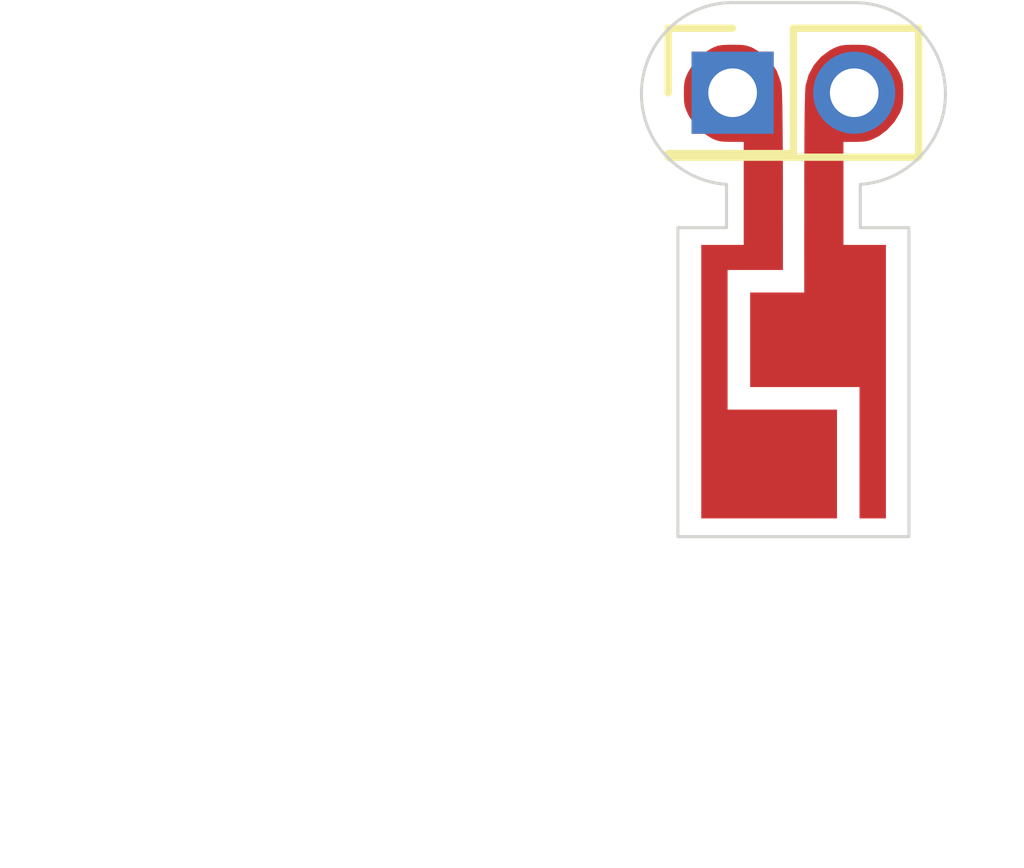
<source format=kicad_pcb>
(kicad_pcb (version 20171130) (host pcbnew "(5.1.10)-1")

  (general
    (thickness 1.6)
    (drawings 16)
    (tracks 0)
    (zones 0)
    (modules 2)
    (nets 3)
  )

  (page A4)
  (layers
    (0 F.Cu signal)
    (31 B.Cu signal hide)
    (32 B.Adhes user hide)
    (33 F.Adhes user hide)
    (34 B.Paste user hide)
    (35 F.Paste user hide)
    (36 B.SilkS user hide)
    (37 F.SilkS user hide)
    (38 B.Mask user hide)
    (39 F.Mask user hide)
    (40 Dwgs.User user)
    (41 Cmts.User user hide)
    (42 Eco1.User user hide)
    (43 Eco2.User user hide)
    (44 Edge.Cuts user)
    (45 Margin user hide)
    (46 B.CrtYd user hide)
    (47 F.CrtYd user hide)
    (48 B.Fab user hide)
    (49 F.Fab user hide)
  )

  (setup
    (last_trace_width 0.25)
    (trace_clearance 0.2)
    (zone_clearance 0.508)
    (zone_45_only no)
    (trace_min 0.2)
    (via_size 0.8)
    (via_drill 0.4)
    (via_min_size 0.4)
    (via_min_drill 0.3)
    (uvia_size 0.3)
    (uvia_drill 0.1)
    (uvias_allowed no)
    (uvia_min_size 0.2)
    (uvia_min_drill 0.1)
    (edge_width 0.05)
    (segment_width 0.2)
    (pcb_text_width 0.3)
    (pcb_text_size 1.5 1.5)
    (mod_edge_width 0.12)
    (mod_text_size 1 1)
    (mod_text_width 0.15)
    (pad_size 1.524 1.524)
    (pad_drill 0.762)
    (pad_to_mask_clearance 0)
    (aux_axis_origin 0 0)
    (visible_elements 7FFFFFFF)
    (pcbplotparams
      (layerselection 0x010fc_ffffffff)
      (usegerberextensions false)
      (usegerberattributes true)
      (usegerberadvancedattributes true)
      (creategerberjobfile true)
      (excludeedgelayer true)
      (linewidth 0.100000)
      (plotframeref false)
      (viasonmask false)
      (mode 1)
      (useauxorigin false)
      (hpglpennumber 1)
      (hpglpenspeed 20)
      (hpglpendiameter 15.000000)
      (psnegative false)
      (psa4output false)
      (plotreference true)
      (plotvalue true)
      (plotinvisibletext false)
      (padsonsilk false)
      (subtractmaskfromsilk false)
      (outputformat 1)
      (mirror false)
      (drillshape 1)
      (scaleselection 1)
      (outputdirectory ""))
  )

  (net 0 "")
  (net 1 "Net-(J1-Pad1)")
  (net 2 "Net-(J1-Pad2)")

  (net_class Default "This is the default net class."
    (clearance 0.2)
    (trace_width 0.25)
    (via_dia 0.8)
    (via_drill 0.4)
    (uvia_dia 0.3)
    (uvia_drill 0.1)
    (add_net "Net-(J1-Pad1)")
    (add_net "Net-(J1-Pad2)")
  )

  (module SensitivePressure:PressurePrint (layer F.Cu) (tedit 61648CFB) (tstamp 619F1864)
    (at 180.8 119.7)
    (path /619F9066)
    (fp_text reference J2 (at 0.24 -9.24) (layer F.SilkS) hide
      (effects (font (size 1.27 1.27) (thickness 0.15)))
    )
    (fp_text value Conn_01x02 (at 0.41 1.84) (layer F.SilkS) hide
      (effects (font (size 1.27 1.27) (thickness 0.15)))
    )
    (fp_poly (pts (xy 1.064534 -7.446215) (xy 1.187004 -7.411262) (xy 1.292115 -7.345998) (xy 1.381246 -7.250044)
      (xy 1.433869 -7.136954) (xy 1.452415 -7.001334) (xy 1.4525 -6.990333) (xy 1.436389 -6.852935)
      (xy 1.386404 -6.738439) (xy 1.300061 -6.641349) (xy 1.29181 -6.634417) (xy 1.176998 -6.565145)
      (xy 1.049595 -6.532078) (xy 0.919334 -6.53702) (xy 0.857401 -6.553869) (xy 0.735805 -6.617851)
      (xy 0.640834 -6.709517) (xy 0.575978 -6.821825) (xy 0.544729 -6.947736) (xy 0.550576 -7.08021)
      (xy 0.566423 -7.140633) (xy 0.626278 -7.258852) (xy 0.713377 -7.350603) (xy 0.82036 -7.413802)
      (xy 0.939865 -7.446367) (xy 1.064534 -7.446215)) (layer Dwgs.User) (width 0.01))
    (fp_poly (pts (xy -0.861739 -7.430573) (xy -0.745173 -7.375591) (xy -0.648387 -7.285819) (xy -0.59007 -7.193284)
      (xy -0.545469 -7.060046) (xy -0.543127 -6.92848) (xy -0.583077 -6.797824) (xy -0.608009 -6.750538)
      (xy -0.687759 -6.654042) (xy -0.793584 -6.583131) (xy -0.915221 -6.541671) (xy -1.042405 -6.533532)
      (xy -1.135581 -6.551725) (xy -1.254009 -6.609092) (xy -1.344757 -6.691094) (xy -1.40784 -6.791117)
      (xy -1.443276 -6.902547) (xy -1.451081 -7.018769) (xy -1.431271 -7.133172) (xy -1.383864 -7.239141)
      (xy -1.308875 -7.330062) (xy -1.206322 -7.399322) (xy -1.133388 -7.427204) (xy -0.99288 -7.448525)
      (xy -0.861739 -7.430573)) (layer Dwgs.User) (width 0.01))
    (fp_poly (pts (xy 1.112883 -7.782954) (xy 1.187974 -7.778148) (xy 1.245788 -7.767543) (xy 1.298838 -7.749014)
      (xy 1.347476 -7.726459) (xy 1.489059 -7.63544) (xy 1.614908 -7.512964) (xy 1.714742 -7.369551)
      (xy 1.735715 -7.329) (xy 1.767542 -7.258493) (xy 1.787138 -7.199194) (xy 1.797384 -7.136265)
      (xy 1.801166 -7.054866) (xy 1.801531 -6.990333) (xy 1.799781 -6.888076) (xy 1.79302 -6.813358)
      (xy 1.77859 -6.751451) (xy 1.75383 -6.687627) (xy 1.742297 -6.66225) (xy 1.658009 -6.523535)
      (xy 1.544168 -6.397732) (xy 1.41232 -6.296444) (xy 1.338297 -6.256301) (xy 1.268137 -6.226551)
      (xy 1.205716 -6.208578) (xy 1.135681 -6.19956) (xy 1.042679 -6.196676) (xy 1.013292 -6.196583)
      (xy 0.8175 -6.196583) (xy 0.8175 -4.492667) (xy 1.516 -4.492667) (xy 1.516 -0.005333)
      (xy 1.092667 -0.005333) (xy 1.092667 -2.164333) (xy -0.7065 -2.164333) (xy -0.7065 -3.7095)
      (xy 0.1825 -3.7095) (xy 0.18266 -5.344625) (xy 0.182996 -5.679821) (xy 0.183924 -5.983799)
      (xy 0.185427 -6.255152) (xy 0.187486 -6.492472) (xy 0.190084 -6.694354) (xy 0.193202 -6.859391)
      (xy 0.196824 -6.986175) (xy 0.200932 -7.0733) (xy 0.205026 -7.116622) (xy 0.254293 -7.292758)
      (xy 0.339952 -7.451638) (xy 0.457823 -7.587713) (xy 0.603724 -7.695435) (xy 0.665626 -7.727772)
      (xy 0.726358 -7.753959) (xy 0.78194 -7.770577) (xy 0.845147 -7.779725) (xy 0.928754 -7.783506)
      (xy 1.008 -7.784083) (xy 1.112883 -7.782954)) (layer F.Cu) (width 0.01))
    (fp_poly (pts (xy -0.896845 -7.78285) (xy -0.820377 -7.777749) (xy -0.760656 -7.766678) (xy -0.704905 -7.747538)
      (xy -0.66046 -7.727772) (xy -0.503931 -7.631867) (xy -0.375041 -7.506011) (xy -0.27743 -7.355124)
      (xy -0.214743 -7.184132) (xy -0.199251 -7.10441) (xy -0.195279 -7.05538) (xy -0.1916 -6.967231)
      (xy -0.188259 -6.843176) (xy -0.185299 -6.686428) (xy -0.182765 -6.500199) (xy -0.180699 -6.287704)
      (xy -0.179146 -6.052154) (xy -0.17815 -5.796764) (xy -0.177753 -5.524747) (xy -0.177753 -5.524542)
      (xy -0.177333 -4.0905) (xy -1.0875 -4.0905) (xy -1.0875 -1.783333) (xy 0.711667 -1.783333)
      (xy 0.711667 -0.005333) (xy -1.510833 -0.005333) (xy -1.510833 -4.492667) (xy -0.812333 -4.492667)
      (xy -0.812383 -6.196583) (xy -1.018733 -6.196881) (xy -1.121056 -6.198472) (xy -1.194784 -6.204524)
      (xy -1.253605 -6.217486) (xy -1.311209 -6.239805) (xy -1.343085 -6.254873) (xy -1.486709 -6.346809)
      (xy -1.613207 -6.470242) (xy -1.712566 -6.614935) (xy -1.731251 -6.651667) (xy -1.762842 -6.722586)
      (xy -1.782277 -6.7826) (xy -1.792435 -6.846636) (xy -1.796197 -6.929624) (xy -1.796583 -6.990333)
      (xy -1.795192 -7.090244) (xy -1.789043 -7.162951) (xy -1.775172 -7.223547) (xy -1.750616 -7.287125)
      (xy -1.729154 -7.333758) (xy -1.631819 -7.491649) (xy -1.50373 -7.623057) (xy -1.350049 -7.722713)
      (xy -1.346088 -7.724671) (xy -1.286308 -7.752017) (xy -1.233105 -7.769445) (xy -1.173857 -7.77914)
      (xy -1.095938 -7.783287) (xy -1.002833 -7.784083) (xy -0.896845 -7.78285)) (layer F.Cu) (width 0.01))
    (pad 2 smd circle (at 1.01 -6.986) (size 1.524 1.524) (layers F.Cu F.Paste F.Mask)
      (net 2 "Net-(J1-Pad2)"))
    (pad 1 smd circle (at -1.02 -6.986) (size 1.524 1.524) (layers F.Cu F.Paste F.Mask)
      (net 1 "Net-(J1-Pad1)"))
  )

  (module Connector_PinHeader_2.00mm:PinHeader_2x01_P2.00mm_Vertical (layer F.Cu) (tedit 59FED667) (tstamp 6160C1D9)
    (at 179.8 112.7)
    (descr "Through hole straight pin header, 2x01, 2.00mm pitch, double rows")
    (tags "Through hole pin header THT 2x01 2.00mm double row")
    (path /6160674E)
    (fp_text reference J1 (at 1 -2.06) (layer F.SilkS)
      (effects (font (size 1 1) (thickness 0.15)))
    )
    (fp_text value Conn_01x02 (at -8.3 -1.2) (layer F.Fab)
      (effects (font (size 1 1) (thickness 0.15)))
    )
    (fp_line (start 0 -1) (end 3 -1) (layer F.Fab) (width 0.1))
    (fp_line (start 3 -1) (end 3 1) (layer F.Fab) (width 0.1))
    (fp_line (start 3 1) (end -1 1) (layer F.Fab) (width 0.1))
    (fp_line (start -1 1) (end -1 0) (layer F.Fab) (width 0.1))
    (fp_line (start -1 0) (end 0 -1) (layer F.Fab) (width 0.1))
    (fp_line (start -1.06 1.06) (end 3.06 1.06) (layer F.SilkS) (width 0.12))
    (fp_line (start -1.06 1) (end -1.06 1.06) (layer F.SilkS) (width 0.12))
    (fp_line (start 3.06 -1.06) (end 3.06 1.06) (layer F.SilkS) (width 0.12))
    (fp_line (start -1.06 1) (end 1 1) (layer F.SilkS) (width 0.12))
    (fp_line (start 1 1) (end 1 -1.06) (layer F.SilkS) (width 0.12))
    (fp_line (start 1 -1.06) (end 3.06 -1.06) (layer F.SilkS) (width 0.12))
    (fp_line (start -1.06 0) (end -1.06 -1.06) (layer F.SilkS) (width 0.12))
    (fp_line (start -1.06 -1.06) (end 0 -1.06) (layer F.SilkS) (width 0.12))
    (fp_line (start -1.5 -1.5) (end -1.5 1.5) (layer F.CrtYd) (width 0.05))
    (fp_line (start -1.5 1.5) (end 3.5 1.5) (layer F.CrtYd) (width 0.05))
    (fp_line (start 3.5 1.5) (end 3.5 -1.5) (layer F.CrtYd) (width 0.05))
    (fp_line (start 3.5 -1.5) (end -1.5 -1.5) (layer F.CrtYd) (width 0.05))
    (fp_text user %R (at -11.2 1.9 90) (layer F.Fab)
      (effects (font (size 1 1) (thickness 0.15)))
    )
    (pad 1 thru_hole rect (at 0 0) (size 1.35 1.35) (drill 0.8) (layers *.Cu *.Mask)
      (net 1 "Net-(J1-Pad1)"))
    (pad 2 thru_hole oval (at 2 0) (size 1.35 1.35) (drill 0.8) (layers *.Cu *.Mask)
      (net 2 "Net-(J1-Pad2)"))
    (model ${KISYS3DMOD}/Connector_PinHeader_2.00mm.3dshapes/PinHeader_2x01_P2.00mm_Vertical.wrl
      (at (xyz 0 0 0))
      (scale (xyz 1 1 1))
      (rotate (xyz 0 0 0))
    )
  )

  (dimension 5.080988 (width 0.15) (layer Dwgs.User)
    (gr_text "5,081 mm" (at 174.3 117.459506 90) (layer Dwgs.User)
      (effects (font (size 1 1) (thickness 0.15)))
    )
    (feature1 (pts (xy 178.9 114.919012) (xy 175.013579 114.919012)))
    (feature2 (pts (xy 178.9 120) (xy 175.013579 120)))
    (crossbar (pts (xy 175.6 120) (xy 175.6 114.919012)))
    (arrow1a (pts (xy 175.6 114.919012) (xy 176.186421 116.045516)))
    (arrow1b (pts (xy 175.6 114.919012) (xy 175.013579 116.045516)))
    (arrow2a (pts (xy 175.6 120) (xy 176.186421 118.873496)))
    (arrow2b (pts (xy 175.6 120) (xy 175.013579 118.873496)))
  )
  (dimension 3.799992 (width 0.15) (layer Dwgs.User)
    (gr_text "3,800 mm" (at 180.799996 126.1) (layer Dwgs.User)
      (effects (font (size 1 1) (thickness 0.15)))
    )
    (feature1 (pts (xy 182.699992 120) (xy 182.699992 125.386421)))
    (feature2 (pts (xy 178.9 120) (xy 178.9 125.386421)))
    (crossbar (pts (xy 178.9 124.8) (xy 182.699992 124.8)))
    (arrow1a (pts (xy 182.699992 124.8) (xy 181.573488 125.386421)))
    (arrow1b (pts (xy 182.699992 124.8) (xy 181.573488 124.213579)))
    (arrow2a (pts (xy 178.9 124.8) (xy 180.026504 125.386421)))
    (arrow2b (pts (xy 178.9 124.8) (xy 180.026504 124.213579)))
  )
  (gr_curve (pts (xy 183.300256 112.717284) (xy 183.300256 111.888892) (xy 182.628708 111.217308) (xy 181.800244 111.217308)) (layer Edge.Cuts) (width 0.05) (tstamp 619E80B1))
  (gr_curve (pts (xy 183.300256 112.71732) (xy 183.300256 112.71732) (xy 183.300256 112.717284) (xy 183.300256 112.717284)) (layer Edge.Cuts) (width 0.05) (tstamp 619E80AE))
  (gr_curve (pts (xy 181.899975 114.207277) (xy 182.681025 114.154995) (xy 183.300256 113.511563) (xy 183.300256 112.71732)) (layer Edge.Cuts) (width 0.05) (tstamp 619E80B4))
  (gr_curve (pts (xy 181.899975 114.919012) (xy 181.899975 114.919012) (xy 181.899975 114.207277) (xy 181.899975 114.207277)) (layer Edge.Cuts) (width 0.05) (tstamp 61644174))
  (gr_curve (pts (xy 182.699992 114.919012) (xy 182.599992 114.919012) (xy 181.899975 114.919012) (xy 181.899975 114.919012)) (layer Edge.Cuts) (width 0.05) (tstamp 61644177))
  (gr_curve (pts (xy 182.699992 120) (xy 182.699992 120) (xy 182.699992 114.919012) (xy 182.699992 114.919012)) (layer Edge.Cuts) (width 0.05) (tstamp 616441E9))
  (gr_curve (pts (xy 178.9 120) (xy 179 120) (xy 182.699992 120) (xy 182.699992 120)) (layer Edge.Cuts) (width 0.05) (tstamp 6164416E))
  (gr_curve (pts (xy 178.9 114.919012) (xy 178.9 114.919012) (xy 178.9 120) (xy 178.9 120)) (layer Edge.Cuts) (width 0.05) (tstamp 61644171))
  (gr_curve (pts (xy 179.699982 114.919012) (xy 179.699982 114.919012) (xy 178.9 114.919012) (xy 178.9 114.919012)) (layer Edge.Cuts) (width 0.05) (tstamp 616441E6))
  (gr_curve (pts (xy 179.699982 114.207206) (xy 179.699982 114.207206) (xy 179.699982 114.919012) (xy 179.699982 114.919012)) (layer Edge.Cuts) (width 0.05) (tstamp 616441BC))
  (gr_curve (pts (xy 178.300266 112.71732) (xy 178.300266 113.511387) (xy 178.919214 114.154713) (xy 179.699982 114.207206)) (layer Edge.Cuts) (width 0.05) (tstamp 616441A1))
  (gr_curve (pts (xy 178.300266 112.717284) (xy 178.300266 112.717284) (xy 178.300266 112.71732) (xy 178.300266 112.71732)) (layer Edge.Cuts) (width 0.05) (tstamp 616441B9))
  (gr_curve (pts (xy 179.800277 111.217308) (xy 178.971813 111.217308) (xy 178.300266 111.888892) (xy 178.300266 112.717284)) (layer Edge.Cuts) (width 0.05) (tstamp 616441CB))
  (gr_curve (pts (xy 181.800244 111.217308) (xy 181.800244 111.217308) (xy 179.800277 111.217308) (xy 179.800277 111.217308)) (layer Edge.Cuts) (width 0.05) (tstamp 616441C8))

)

</source>
